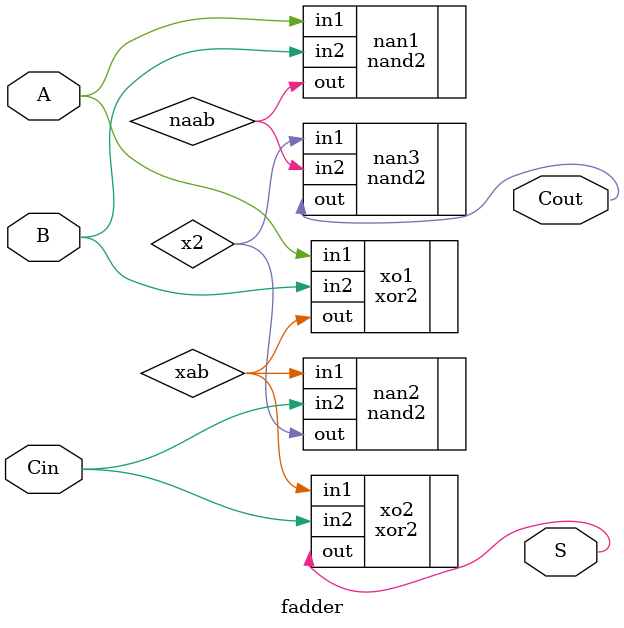
<source format=v>
module fadder(A, B ,Cin,S ,Cout);

input A,B,Cin;
output S,Cout;

wire xab, naab, x2;


xor2 xo1 (.in1(A), .in2(B), .out(xab));
xor2 xo2 (.in1(xab), .in2(Cin),.out(S));

nand2 nan1(.in1(A), .in2(B), .out(naab));
nand2 nan2(.in1(xab),.in2(Cin),.out(x2));

nand2 nan3 (.in1(x2), .in2(naab),.out(Cout));

endmodule




</source>
